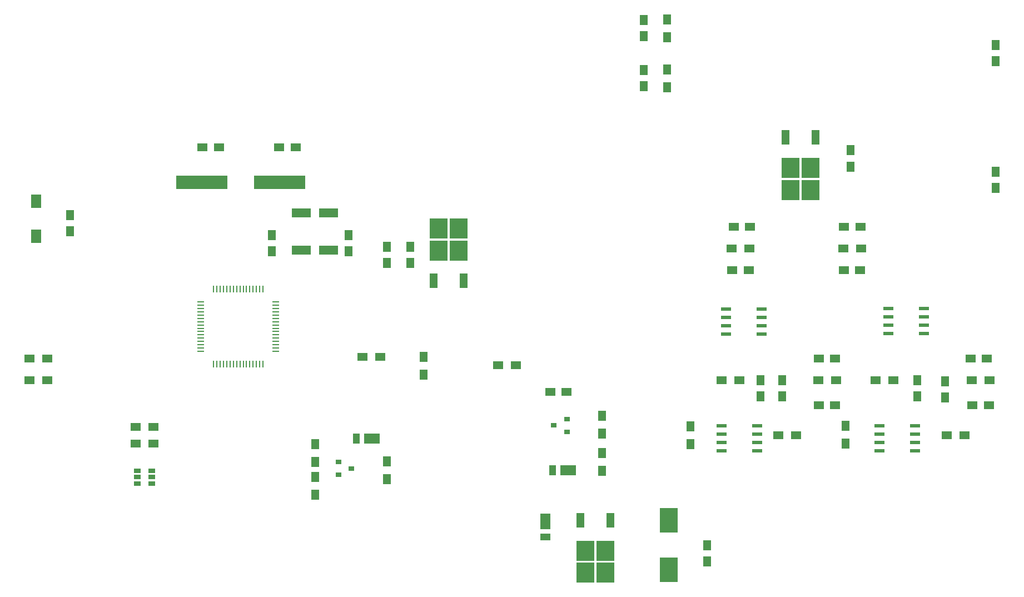
<source format=gbr>
G04 #@! TF.FileFunction,Paste,Top*
%FSLAX46Y46*%
G04 Gerber Fmt 4.6, Leading zero omitted, Abs format (unit mm)*
G04 Created by KiCad (PCBNEW 4.0.7-e2-6376~58~ubuntu16.04.1) date Tue Apr 16 15:45:19 2019*
%MOMM*%
%LPD*%
G01*
G04 APERTURE LIST*
%ADD10C,0.100000*%
%ADD11R,1.200000X2.200000*%
%ADD12R,2.750000X3.050000*%
%ADD13R,1.250000X1.500000*%
%ADD14R,2.700000X3.750000*%
%ADD15R,1.500000X1.250000*%
%ADD16R,1.500000X2.400000*%
%ADD17R,1.500000X1.050000*%
%ADD18R,1.500000X1.300000*%
%ADD19R,0.900000X0.800000*%
%ADD20R,1.300000X1.500000*%
%ADD21R,1.600000X2.000000*%
%ADD22R,0.250000X1.000000*%
%ADD23R,1.000000X0.250000*%
%ADD24R,1.060000X0.650000*%
%ADD25R,1.550000X0.600000*%
%ADD26R,7.875000X2.000000*%
%ADD27R,2.850000X1.430000*%
%ADD28R,2.400000X1.500000*%
%ADD29R,1.050000X1.500000*%
G04 APERTURE END LIST*
D10*
D11*
X141484000Y-104530000D03*
X146044000Y-104530000D03*
D12*
X145289000Y-96555000D03*
X142239000Y-99905000D03*
X142239000Y-96555000D03*
X145289000Y-99905000D03*
D13*
X137922000Y-99334000D03*
X137922000Y-101834000D03*
X134366000Y-99334000D03*
X134366000Y-101834000D03*
X183134000Y-147300000D03*
X183134000Y-144800000D03*
D14*
X177292000Y-148555000D03*
X177292000Y-141005000D03*
D15*
X159278000Y-121412000D03*
X161778000Y-121412000D03*
X118003046Y-84229194D03*
X120503046Y-84229194D03*
X106319046Y-84229194D03*
X108819046Y-84229194D03*
D13*
X128524000Y-100056000D03*
X128524000Y-97556000D03*
X116840000Y-100056000D03*
X116840000Y-97556000D03*
X173482000Y-64790000D03*
X173482000Y-67290000D03*
X86106000Y-94508000D03*
X86106000Y-97008000D03*
X227076000Y-71100000D03*
X227076000Y-68600000D03*
X227076000Y-90404000D03*
X227076000Y-87904000D03*
X173482000Y-74890000D03*
X173482000Y-72390000D03*
D15*
X206502000Y-96266000D03*
X204002000Y-96266000D03*
X203962000Y-102870000D03*
X206462000Y-102870000D03*
D13*
X204978000Y-87122000D03*
X204978000Y-84622000D03*
X215138000Y-122154000D03*
X215138000Y-119654000D03*
D15*
X223286000Y-116332000D03*
X225786000Y-116332000D03*
D13*
X219368999Y-122320998D03*
X219368999Y-119820998D03*
D15*
X223560000Y-123444000D03*
X226060000Y-123444000D03*
X189698000Y-96266000D03*
X187198000Y-96266000D03*
X186984000Y-102870000D03*
X189484000Y-102870000D03*
D13*
X191262000Y-119654000D03*
X191262000Y-122154000D03*
D15*
X200172000Y-116332000D03*
X202672000Y-116332000D03*
D13*
X194564000Y-119654000D03*
X194564000Y-122154000D03*
D15*
X200172000Y-123444000D03*
X202672000Y-123444000D03*
D16*
X158496000Y-141136000D03*
D17*
X158496000Y-143511000D03*
D18*
X203882000Y-99568000D03*
X206582000Y-99568000D03*
X223440000Y-119634000D03*
X226140000Y-119634000D03*
X186864000Y-99568000D03*
X189564000Y-99568000D03*
X200072000Y-119634000D03*
X202772000Y-119634000D03*
X79930000Y-119634000D03*
X82630000Y-119634000D03*
D19*
X127016000Y-132146000D03*
X127016000Y-134046000D03*
X129016000Y-133096000D03*
X161798000Y-127508000D03*
X161798000Y-125608000D03*
X159798000Y-126558000D03*
D20*
X123444000Y-132080000D03*
X123444000Y-129380000D03*
X134366000Y-134700000D03*
X134366000Y-132000000D03*
D18*
X133350000Y-116078000D03*
X130650000Y-116078000D03*
D20*
X139954000Y-118778000D03*
X139954000Y-116078000D03*
X123444000Y-137066000D03*
X123444000Y-134366000D03*
D18*
X154004000Y-117348000D03*
X151304000Y-117348000D03*
D20*
X167132000Y-130730000D03*
X167132000Y-133430000D03*
X167132000Y-125062000D03*
X167132000Y-127762000D03*
D18*
X79930000Y-116332000D03*
X82630000Y-116332000D03*
D20*
X177038000Y-67390000D03*
X177038000Y-64690000D03*
D18*
X96106000Y-126746000D03*
X98806000Y-126746000D03*
X98806000Y-129286000D03*
X96106000Y-129286000D03*
D20*
X177038000Y-72310000D03*
X177038000Y-75010000D03*
X204216000Y-129286000D03*
X204216000Y-126586000D03*
D18*
X211488000Y-119634000D03*
X208788000Y-119634000D03*
X219630000Y-128016000D03*
X222330000Y-128016000D03*
D20*
X180594000Y-129366000D03*
X180594000Y-126666000D03*
D18*
X188040000Y-119634000D03*
X185340000Y-119634000D03*
X193976000Y-128016000D03*
X196676000Y-128016000D03*
D21*
X80986999Y-92367332D03*
X80986999Y-97767332D03*
D11*
X168396000Y-141020000D03*
X163836000Y-141020000D03*
D12*
X164591000Y-148995000D03*
X167641000Y-145645000D03*
X167641000Y-148995000D03*
X164591000Y-145645000D03*
D22*
X115510000Y-105806000D03*
X115010000Y-105806000D03*
X114510000Y-105806000D03*
X114010000Y-105806000D03*
X113510000Y-105806000D03*
X113010000Y-105806000D03*
X112510000Y-105806000D03*
X112010000Y-105806000D03*
X111510000Y-105806000D03*
X111010000Y-105806000D03*
X110510000Y-105806000D03*
X110010000Y-105806000D03*
X109510000Y-105806000D03*
X109010000Y-105806000D03*
X108510000Y-105806000D03*
X108010000Y-105806000D03*
D23*
X106060000Y-107756000D03*
X106060000Y-108256000D03*
X106060000Y-108756000D03*
X106060000Y-109256000D03*
X106060000Y-109756000D03*
X106060000Y-110256000D03*
X106060000Y-110756000D03*
X106060000Y-111256000D03*
X106060000Y-111756000D03*
X106060000Y-112256000D03*
X106060000Y-112756000D03*
X106060000Y-113256000D03*
X106060000Y-113756000D03*
X106060000Y-114256000D03*
X106060000Y-114756000D03*
X106060000Y-115256000D03*
D22*
X108010000Y-117206000D03*
X108510000Y-117206000D03*
X109010000Y-117206000D03*
X109510000Y-117206000D03*
X110010000Y-117206000D03*
X110510000Y-117206000D03*
X111010000Y-117206000D03*
X111510000Y-117206000D03*
X112010000Y-117206000D03*
X112510000Y-117206000D03*
X113010000Y-117206000D03*
X113510000Y-117206000D03*
X114010000Y-117206000D03*
X114510000Y-117206000D03*
X115010000Y-117206000D03*
X115510000Y-117206000D03*
D23*
X117460000Y-115256000D03*
X117460000Y-114756000D03*
X117460000Y-114256000D03*
X117460000Y-113756000D03*
X117460000Y-113256000D03*
X117460000Y-112756000D03*
X117460000Y-112256000D03*
X117460000Y-111756000D03*
X117460000Y-111256000D03*
X117460000Y-110756000D03*
X117460000Y-110256000D03*
X117460000Y-109756000D03*
X117460000Y-109256000D03*
X117460000Y-108756000D03*
X117460000Y-108256000D03*
X117460000Y-107756000D03*
D24*
X98552000Y-135382000D03*
X98552000Y-134432000D03*
X98552000Y-133482000D03*
X96352000Y-133482000D03*
X96352000Y-135382000D03*
X96352000Y-134432000D03*
D11*
X199637000Y-82703000D03*
X195077000Y-82703000D03*
D12*
X195832000Y-90678000D03*
X198882000Y-87328000D03*
X198882000Y-90678000D03*
X195832000Y-87328000D03*
D25*
X209390000Y-126619000D03*
X209390000Y-127889000D03*
X209390000Y-129159000D03*
X209390000Y-130429000D03*
X214790000Y-130429000D03*
X214790000Y-129159000D03*
X214790000Y-127889000D03*
X214790000Y-126619000D03*
X185354000Y-126619000D03*
X185354000Y-127889000D03*
X185354000Y-129159000D03*
X185354000Y-130429000D03*
X190754000Y-130429000D03*
X190754000Y-129159000D03*
X190754000Y-127889000D03*
X190754000Y-126619000D03*
D26*
X118078546Y-89563194D03*
X106203546Y-89563194D03*
D27*
X125519000Y-99843000D03*
X125519000Y-94213000D03*
X121369000Y-94213000D03*
X121369000Y-99843000D03*
D25*
X210754000Y-108712000D03*
X210754000Y-109982000D03*
X210754000Y-111252000D03*
X210754000Y-112522000D03*
X216154000Y-112522000D03*
X216154000Y-111252000D03*
X216154000Y-109982000D03*
X216154000Y-108712000D03*
X186022000Y-108839000D03*
X186022000Y-110109000D03*
X186022000Y-111379000D03*
X186022000Y-112649000D03*
X191422000Y-112649000D03*
X191422000Y-111379000D03*
X191422000Y-110109000D03*
X191422000Y-108839000D03*
D28*
X132080000Y-128524000D03*
D29*
X129705000Y-128524000D03*
D28*
X162022000Y-133350000D03*
D29*
X159647000Y-133350000D03*
M02*

</source>
